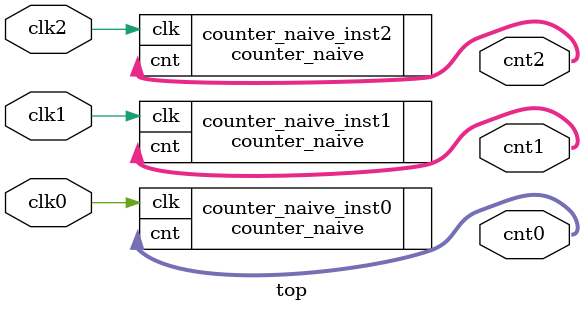
<source format=sv>
`default_nettype none

module top (
  input wire       clk0,
  input wire       clk1,
  input wire       clk2,
  output reg [7:0] cnt0,
  output reg [7:0] cnt1,
  output reg [7:0] cnt2
);

// module instantiations
counter_naive counter_naive_inst0 (
  .clk(clk0),
  .cnt(cnt0)
);

counter_naive counter_naive_inst1 (
  .clk(clk1),
  .cnt(cnt1)
);

counter_naive counter_naive_inst2 (
  .clk(clk2),
  .cnt(cnt2)
);

endmodule

`default_nettype wire

</source>
